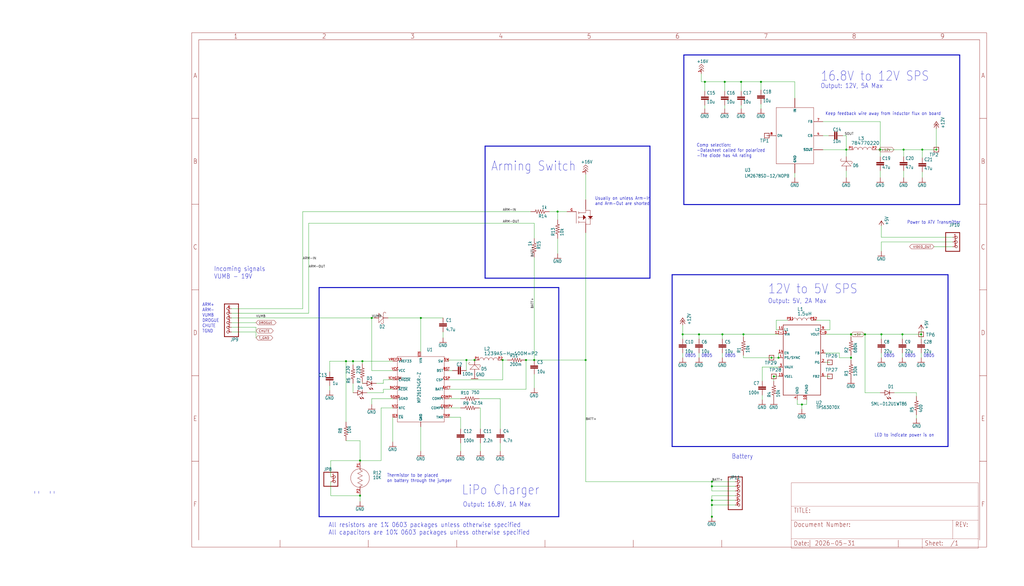
<source format=kicad_sch>
(kicad_sch (version 20230121) (generator eeschema)
  (paper "User" 556.26 318.262)
  (junction (at 285.75 195.58))
  (junction (at 500.38 181.61))
  (junction (at 413.385 44.45))
  (junction (at 379.73 181.61))
  (junction (at 195.58 269.24))
  (junction (at 469.9 181.61))
  (junction (at 462.28 181.61))
  (junction (at 508.635 81.28))
  (junction (at 392.43 181.61))
  (junction (at 459.74 81.28))
  (junction (at 370.84 181.61))
  (junction (at 257.81 195.58))
  (junction (at 386.715 280.67))
  (junction (at 386.715 261.62))
  (junction (at 422.91 194.31))
  (junction (at 386.715 264.16))
  (junction (at 420.37 204.47))
  (junction (at 302.895 114.935))
  (junction (at 228.6 172.72))
  (junction (at 462.28 194.31))
  (junction (at 187.96 196.215))
  (junction (at 478.155 81.28))
  (junction (at 402.59 44.45))
  (junction (at 419.1 194.31))
  (junction (at 435.61 219.71))
  (junction (at 191.77 196.215))
  (junction (at 403.86 181.61))
  (junction (at 386.715 274.32))
  (junction (at 393.7 44.45))
  (junction (at 196.85 196.215))
  (junction (at 318.135 195.58))
  (junction (at 478.79 181.61))
  (junction (at 490.22 181.61))
  (junction (at 382.905 44.45))
  (junction (at 501.015 81.28))
  (junction (at 490.855 81.28))
  (junction (at 195.58 250.19))
  (junction (at 290.195 195.58))
  (junction (at 253.365 195.58))
  (junction (at 201.93 172.72))
  (junction (at 273.05 195.58))
  (junction (at 386.715 271.78))
  (wire (pts (xy 318.135 126.365) (xy 318.135 195.58)) (stroke (width 0.1524)))
  (wire (pts (xy 250.19 226.695) (xy 250.19 233.045)) (stroke (width 0.1524)))
  (polyline (pts (xy 303.53 280.67) (xy 303.53 156.21)) (stroke (width 0.508) (type solid)))
  (wire (pts (xy 448.31 204.47) (xy 450.85 204.47)) (stroke (width 0.1524)))
  (wire (pts (xy 195.58 239.395) (xy 195.58 250.19)) (stroke (width 0.1524)))
  (wire (pts (xy 448.31 179.07) (xy 450.85 179.07)) (stroke (width 0.1524)))
  (wire (pts (xy 139.065 180.34) (xy 139.065 183.515)) (stroke (width 0.1524)))
  (wire (pts (xy 517.525 133.985) (xy 507.365 133.985)) (stroke (width 0.1524)))
  (wire (pts (xy 290.195 195.58) (xy 318.135 195.58)) (stroke (width 0.1524)))
  (wire (pts (xy 462.28 182.88) (xy 462.28 181.61)) (stroke (width 0.1524)))
  (wire (pts (xy 438.15 219.71) (xy 438.15 217.17)) (stroke (width 0.1524)))
  (wire (pts (xy 419.1 194.31) (xy 403.86 194.31)) (stroke (width 0.1524)))
  (wire (pts (xy 196.85 197.485) (xy 196.85 196.215)) (stroke (width 0.1524)))
  (wire (pts (xy 469.9 181.61) (xy 478.79 181.61)) (stroke (width 0.1524)))
  (wire (pts (xy 260.35 221.615) (xy 260.985 221.615)) (stroke (width 0.1524)))
  (wire (pts (xy 402.59 44.45) (xy 393.7 44.45)) (stroke (width 0.1524)))
  (wire (pts (xy 195.58 269.24) (xy 195.58 272.415)) (stroke (width 0.1524)))
  (wire (pts (xy 421.64 173.99) (xy 427.99 173.99)) (stroke (width 0.1524)))
  (wire (pts (xy 187.96 196.215) (xy 191.77 196.215)) (stroke (width 0.1524)))
  (wire (pts (xy 260.985 221.615) (xy 260.985 233.045)) (stroke (width 0.1524)))
  (wire (pts (xy 210.82 172.72) (xy 228.6 172.72)) (stroke (width 0.1524)))
  (wire (pts (xy 413.385 44.45) (xy 402.59 44.45)) (stroke (width 0.1524)))
  (wire (pts (xy 290.195 129.54) (xy 290.195 121.285)) (stroke (width 0.1524)))
  (wire (pts (xy 164.465 114.935) (xy 288.29 114.935)) (stroke (width 0.1524)))
  (wire (pts (xy 208.28 211.455) (xy 208.28 213.36)) (stroke (width 0.1524)))
  (wire (pts (xy 478.155 66.04) (xy 447.04 66.04)) (stroke (width 0.1524)))
  (wire (pts (xy 379.73 181.61) (xy 370.84 181.61)) (stroke (width 0.1524)))
  (polyline (pts (xy 521.335 29.845) (xy 521.335 111.125)) (stroke (width 0.508) (type solid)))
  (wire (pts (xy 485.775 213.36) (xy 497.84 213.36)) (stroke (width 0.1524)))
  (wire (pts (xy 204.47 208.28) (xy 208.28 208.28)) (stroke (width 0.1524)))
  (wire (pts (xy 285.75 211.455) (xy 285.75 195.58)) (stroke (width 0.1524)))
  (wire (pts (xy 253.365 195.58) (xy 257.81 195.58)) (stroke (width 0.1524)))
  (wire (pts (xy 243.84 196.215) (xy 243.84 195.58)) (stroke (width 0.1524)))
  (wire (pts (xy 382.905 49.53) (xy 382.905 44.45)) (stroke (width 0.1524)))
  (polyline (pts (xy 263.525 151.13) (xy 263.525 79.375)) (stroke (width 0.508) (type solid)))
  (wire (pts (xy 501.015 85.725) (xy 501.015 81.28)) (stroke (width 0.1524)))
  (wire (pts (xy 290.195 121.285) (xy 167.64 121.285)) (stroke (width 0.1524)))
  (wire (pts (xy 478.79 181.61) (xy 478.79 184.15)) (stroke (width 0.1524)))
  (wire (pts (xy 500.38 181.61) (xy 490.22 181.61)) (stroke (width 0.1524)))
  (wire (pts (xy 448.31 181.61) (xy 462.28 181.61)) (stroke (width 0.1524)))
  (wire (pts (xy 469.9 181.61) (xy 469.9 213.36)) (stroke (width 0.1524)))
  (polyline (pts (xy 521.335 111.125) (xy 371.475 111.125)) (stroke (width 0.508) (type solid)))
  (wire (pts (xy 213.36 201.295) (xy 201.93 201.295)) (stroke (width 0.1524)))
  (wire (pts (xy 240.665 180.34) (xy 240.665 183.515)) (stroke (width 0.1524)))
  (wire (pts (xy 490.22 181.61) (xy 478.79 181.61)) (stroke (width 0.1524)))
  (wire (pts (xy 420.37 207.01) (xy 420.37 204.47)) (stroke (width 0.1524)))
  (wire (pts (xy 139.065 177.8) (xy 139.065 179.705)) (stroke (width 0.1524)))
  (wire (pts (xy 476.25 81.28) (xy 478.155 81.28)) (stroke (width 0.1524)))
  (wire (pts (xy 187.96 239.395) (xy 195.58 239.395)) (stroke (width 0.1524)))
  (wire (pts (xy 302.895 129.54) (xy 302.895 137.795)) (stroke (width 0.1524)))
  (wire (pts (xy 213.36 211.455) (xy 208.28 211.455)) (stroke (width 0.1524)))
  (wire (pts (xy 455.93 194.31) (xy 455.93 191.77)) (stroke (width 0.1524)))
  (wire (pts (xy 196.85 207.645) (xy 196.85 208.28)) (stroke (width 0.1524)))
  (wire (pts (xy 490.22 194.31) (xy 490.22 191.77)) (stroke (width 0.1524)))
  (wire (pts (xy 271.78 245.11) (xy 271.78 240.665)) (stroke (width 0.1524)))
  (polyline (pts (xy 371.475 29.845) (xy 521.335 29.845)) (stroke (width 0.508) (type solid)))
  (wire (pts (xy 402.59 59.055) (xy 402.59 57.15)) (stroke (width 0.1524)))
  (polyline (pts (xy 514.985 149.225) (xy 514.985 242.57)) (stroke (width 0.508) (type solid)))
  (wire (pts (xy 461.01 81.28) (xy 459.74 81.28)) (stroke (width 0.1524)))
  (wire (pts (xy 414.02 199.39) (xy 414.02 207.01)) (stroke (width 0.1524)))
  (wire (pts (xy 243.84 195.58) (xy 253.365 195.58)) (stroke (width 0.1524)))
  (wire (pts (xy 433.07 217.17) (xy 433.07 219.71)) (stroke (width 0.1524)))
  (wire (pts (xy 386.715 264.16) (xy 386.715 261.62)) (stroke (width 0.1524)))
  (wire (pts (xy 413.385 59.055) (xy 413.385 56.515)) (stroke (width 0.1524)))
  (wire (pts (xy 462.28 193.04) (xy 462.28 194.31)) (stroke (width 0.1524)))
  (wire (pts (xy 469.9 213.36) (xy 478.155 213.36)) (stroke (width 0.1524)))
  (wire (pts (xy 478.155 96.52) (xy 478.155 92.71)) (stroke (width 0.1524)))
  (wire (pts (xy 179.07 201.93) (xy 179.07 196.215)) (stroke (width 0.1524)))
  (wire (pts (xy 490.855 81.28) (xy 478.155 81.28)) (stroke (width 0.1524)))
  (wire (pts (xy 201.93 201.295) (xy 201.93 172.72)) (stroke (width 0.1524)))
  (wire (pts (xy 191.77 196.215) (xy 191.77 198.12)) (stroke (width 0.1524)))
  (wire (pts (xy 382.905 59.055) (xy 382.905 57.15)) (stroke (width 0.1524)))
  (wire (pts (xy 392.43 194.31) (xy 392.43 191.77)) (stroke (width 0.1524)))
  (wire (pts (xy 431.8 96.52) (xy 431.8 93.98)) (stroke (width 0.1524)))
  (wire (pts (xy 392.43 181.61) (xy 379.73 181.61)) (stroke (width 0.1524)))
  (wire (pts (xy 203.2 172.72) (xy 201.93 172.72)) (stroke (width 0.1524)))
  (polyline (pts (xy 365.125 149.225) (xy 514.985 149.225)) (stroke (width 0.508) (type solid)))
  (wire (pts (xy 500.38 179.07) (xy 500.38 181.61)) (stroke (width 0.1524)))
  (wire (pts (xy 207.01 250.19) (xy 195.58 250.19)) (stroke (width 0.1524)))
  (polyline (pts (xy 371.475 111.125) (xy 371.475 29.845)) (stroke (width 0.508) (type solid)))
  (wire (pts (xy 399.415 264.16) (xy 386.715 264.16)) (stroke (width 0.1524)))
  (wire (pts (xy 191.77 208.28) (xy 191.77 213.36)) (stroke (width 0.1524)))
  (wire (pts (xy 213.36 240.03) (xy 213.36 226.695)) (stroke (width 0.1524)))
  (wire (pts (xy 386.715 271.78) (xy 386.715 269.24)) (stroke (width 0.1524)))
  (wire (pts (xy 459.74 73.66) (xy 459.74 81.28)) (stroke (width 0.1524)))
  (wire (pts (xy 478.79 128.905) (xy 517.525 128.905)) (stroke (width 0.1524)))
  (wire (pts (xy 455.93 191.77) (xy 448.31 191.77)) (stroke (width 0.1524)))
  (wire (pts (xy 393.7 49.53) (xy 393.7 44.45)) (stroke (width 0.1524)))
  (wire (pts (xy 164.465 167.64) (xy 164.465 114.935)) (stroke (width 0.1524)))
  (wire (pts (xy 422.91 199.39) (xy 414.02 199.39)) (stroke (width 0.1524)))
  (wire (pts (xy 517.525 131.445) (xy 478.79 131.445)) (stroke (width 0.1524)))
  (wire (pts (xy 500.38 194.31) (xy 500.38 191.77)) (stroke (width 0.1524)))
  (wire (pts (xy 500.38 184.15) (xy 500.38 181.61)) (stroke (width 0.1524)))
  (wire (pts (xy 462.28 194.31) (xy 455.93 194.31)) (stroke (width 0.1524)))
  (wire (pts (xy 243.84 221.615) (xy 250.19 221.615)) (stroke (width 0.1524)))
  (polyline (pts (xy 263.525 79.375) (xy 353.06 79.375)) (stroke (width 0.508) (type solid)))
  (wire (pts (xy 462.28 194.31) (xy 462.28 195.58)) (stroke (width 0.1524)))
  (wire (pts (xy 392.43 181.61) (xy 392.43 184.15)) (stroke (width 0.1524)))
  (wire (pts (xy 386.715 281.305) (xy 386.715 280.67)) (stroke (width 0.1524)))
  (wire (pts (xy 298.45 114.935) (xy 302.895 114.935)) (stroke (width 0.1524)))
  (wire (pts (xy 435.61 219.71) (xy 438.15 219.71)) (stroke (width 0.1524)))
  (wire (pts (xy 370.84 181.61) (xy 370.84 184.15)) (stroke (width 0.1524)))
  (wire (pts (xy 386.715 280.67) (xy 386.715 274.32)) (stroke (width 0.1524)))
  (wire (pts (xy 213.36 216.535) (xy 201.93 216.535)) (stroke (width 0.1524)))
  (wire (pts (xy 450.215 73.66) (xy 447.04 73.66)) (stroke (width 0.1524)))
  (wire (pts (xy 490.855 96.52) (xy 490.855 92.71)) (stroke (width 0.1524)))
  (wire (pts (xy 382.905 44.45) (xy 381 44.45)) (stroke (width 0.1524)))
  (wire (pts (xy 245.745 201.295) (xy 243.84 201.295)) (stroke (width 0.1524)))
  (wire (pts (xy 431.8 44.45) (xy 413.385 44.45)) (stroke (width 0.1524)))
  (wire (pts (xy 179.07 196.215) (xy 187.96 196.215)) (stroke (width 0.1524)))
  (wire (pts (xy 260.35 216.535) (xy 271.78 216.535)) (stroke (width 0.1524)))
  (wire (pts (xy 275.59 195.58) (xy 273.05 195.58)) (stroke (width 0.1524)))
  (wire (pts (xy 318.135 261.62) (xy 386.715 261.62)) (stroke (width 0.1524)))
  (wire (pts (xy 501.015 96.52) (xy 501.015 93.345)) (stroke (width 0.1524)))
  (wire (pts (xy 379.73 191.77) (xy 379.73 194.31)) (stroke (width 0.1524)))
  (polyline (pts (xy 514.985 242.57) (xy 365.125 242.57)) (stroke (width 0.508) (type solid)))
  (wire (pts (xy 228.6 172.72) (xy 228.6 191.135)) (stroke (width 0.1524)))
  (wire (pts (xy 403.86 181.61) (xy 422.91 181.61)) (stroke (width 0.1524)))
  (wire (pts (xy 179.705 269.24) (xy 195.58 269.24)) (stroke (width 0.1524)))
  (wire (pts (xy 243.84 216.535) (xy 250.19 216.535)) (stroke (width 0.1524)))
  (wire (pts (xy 125.73 170.18) (xy 167.64 170.18)) (stroke (width 0.1524)))
  (wire (pts (xy 508.635 81.28) (xy 508.635 69.85)) (stroke (width 0.1524)))
  (wire (pts (xy 421.64 179.07) (xy 421.64 173.99)) (stroke (width 0.1524)))
  (wire (pts (xy 414.02 217.17) (xy 414.02 214.63)) (stroke (width 0.1524)))
  (wire (pts (xy 422.91 194.31) (xy 419.1 194.31)) (stroke (width 0.1524)))
  (wire (pts (xy 478.79 131.445) (xy 478.79 136.525)) (stroke (width 0.1524)))
  (wire (pts (xy 318.135 195.58) (xy 318.135 261.62)) (stroke (width 0.1524)))
  (wire (pts (xy 459.74 85.09) (xy 459.74 81.28)) (stroke (width 0.1524)))
  (wire (pts (xy 490.855 85.09) (xy 490.855 81.28)) (stroke (width 0.1524)))
  (wire (pts (xy 478.155 66.04) (xy 478.155 81.28)) (stroke (width 0.1524)))
  (wire (pts (xy 393.7 44.45) (xy 382.905 44.45)) (stroke (width 0.1524)))
  (wire (pts (xy 370.84 176.53) (xy 370.84 181.61)) (stroke (width 0.1524)))
  (wire (pts (xy 208.28 208.28) (xy 208.28 206.375)) (stroke (width 0.1524)))
  (polyline (pts (xy 303.53 156.21) (xy 173.355 156.21)) (stroke (width 0.508) (type solid)))
  (wire (pts (xy 271.78 216.535) (xy 271.78 233.045)) (stroke (width 0.1524)))
  (wire (pts (xy 167.64 121.285) (xy 167.64 170.18)) (stroke (width 0.1524)))
  (wire (pts (xy 450.85 179.07) (xy 450.85 173.99)) (stroke (width 0.1524)))
  (wire (pts (xy 228.6 245.11) (xy 228.6 231.775)) (stroke (width 0.1524)))
  (wire (pts (xy 478.155 85.09) (xy 478.155 81.28)) (stroke (width 0.1524)))
  (wire (pts (xy 386.715 274.32) (xy 386.715 271.78)) (stroke (width 0.1524)))
  (wire (pts (xy 386.715 261.62) (xy 399.415 261.62)) (stroke (width 0.1524)))
  (wire (pts (xy 179.705 259.08) (xy 179.705 250.19)) (stroke (width 0.1524)))
  (wire (pts (xy 273.05 206.375) (xy 273.05 195.58)) (stroke (width 0.1524)))
  (wire (pts (xy 450.85 173.99) (xy 443.23 173.99)) (stroke (width 0.1524)))
  (wire (pts (xy 422.91 191.77) (xy 422.91 194.31)) (stroke (width 0.1524)))
  (wire (pts (xy 435.61 222.25) (xy 435.61 219.71)) (stroke (width 0.1524)))
  (wire (pts (xy 243.84 206.375) (xy 273.05 206.375)) (stroke (width 0.1524)))
  (wire (pts (xy 125.73 172.72) (xy 201.93 172.72)) (stroke (width 0.1524)))
  (wire (pts (xy 381 40.005) (xy 381 44.45)) (stroke (width 0.1524)))
  (wire (pts (xy 392.43 181.61) (xy 403.86 181.61)) (stroke (width 0.1524)))
  (wire (pts (xy 228.6 172.72) (xy 240.665 172.72)) (stroke (width 0.1524)))
  (wire (pts (xy 125.73 180.34) (xy 139.065 180.34)) (stroke (width 0.1524)))
  (wire (pts (xy 125.73 175.26) (xy 139.065 175.26)) (stroke (width 0.1524)))
  (wire (pts (xy 402.59 49.53) (xy 402.59 44.45)) (stroke (width 0.1524)))
  (wire (pts (xy 399.415 274.32) (xy 386.715 274.32)) (stroke (width 0.1524)))
  (wire (pts (xy 253.365 201.295) (xy 253.365 195.58)) (stroke (width 0.1524)))
  (wire (pts (xy 478.79 122.555) (xy 478.79 128.905)) (stroke (width 0.1524)))
  (wire (pts (xy 213.36 196.215) (xy 196.85 196.215)) (stroke (width 0.1524)))
  (wire (pts (xy 125.73 167.64) (xy 164.465 167.64)) (stroke (width 0.1524)))
  (polyline (pts (xy 173.355 156.21) (xy 173.355 280.67)) (stroke (width 0.508) (type solid)))
  (wire (pts (xy 250.19 245.11) (xy 250.19 240.665)) (stroke (width 0.1524)))
  (wire (pts (xy 207.01 221.615) (xy 207.01 250.19)) (stroke (width 0.1524)))
  (wire (pts (xy 208.28 206.375) (xy 213.36 206.375)) (stroke (width 0.1524)))
  (wire (pts (xy 393.7 59.055) (xy 393.7 57.15)) (stroke (width 0.1524)))
  (wire (pts (xy 399.415 266.7) (xy 386.715 266.7)) (stroke (width 0.1524)))
  (wire (pts (xy 497.84 213.36) (xy 497.84 215.265)) (stroke (width 0.1524)))
  (polyline (pts (xy 173.355 280.67) (xy 303.53 280.67)) (stroke (width 0.508) (type solid)))
  (wire (pts (xy 213.36 221.615) (xy 207.01 221.615)) (stroke (width 0.1524)))
  (wire (pts (xy 290.195 210.82) (xy 290.195 203.2)) (stroke (width 0.1524)))
  (wire (pts (xy 179.07 209.55) (xy 179.07 212.09)) (stroke (width 0.1524)))
  (wire (pts (xy 497.84 227.33) (xy 497.84 225.425)) (stroke (width 0.1524)))
  (wire (pts (xy 478.79 191.77) (xy 478.79 194.31)) (stroke (width 0.1524)))
  (wire (pts (xy 302.895 119.38) (xy 302.895 114.935)) (stroke (width 0.1524)))
  (wire (pts (xy 201.93 216.535) (xy 201.93 219.71)) (stroke (width 0.1524)))
  (polyline (pts (xy 365.125 242.57) (xy 365.125 149.225)) (stroke (width 0.508) (type solid)))
  (wire (pts (xy 462.28 181.61) (xy 469.9 181.61)) (stroke (width 0.1524)))
  (wire (pts (xy 403.86 193.04) (xy 403.86 194.31)) (stroke (width 0.1524)))
  (wire (pts (xy 399.415 271.78) (xy 386.715 271.78)) (stroke (width 0.1524)))
  (wire (pts (xy 459.74 96.52) (xy 459.74 92.71)) (stroke (width 0.1524)))
  (wire (pts (xy 459.74 81.28) (xy 447.04 81.28)) (stroke (width 0.1524)))
  (wire (pts (xy 433.07 219.71) (xy 435.61 219.71)) (stroke (width 0.1524)))
  (wire (pts (xy 413.385 48.895) (xy 413.385 44.45)) (stroke (width 0.1524)))
  (wire (pts (xy 179.705 250.19) (xy 195.58 250.19)) (stroke (width 0.1524)))
  (wire (pts (xy 187.96 196.215) (xy 187.96 229.235)) (stroke (width 0.1524)))
  (wire (pts (xy 208.28 213.36) (xy 199.39 213.36)) (stroke (width 0.1524)))
  (wire (pts (xy 285.75 195.58) (xy 290.195 195.58)) (stroke (width 0.1524)))
  (wire (pts (xy 490.855 81.28) (xy 501.015 81.28)) (stroke (width 0.1524)))
  (wire (pts (xy 196.85 196.215) (xy 191.77 196.215)) (stroke (width 0.1524)))
  (wire (pts (xy 457.835 73.66) (xy 459.74 73.66)) (stroke (width 0.1524)))
  (wire (pts (xy 125.73 177.8) (xy 139.065 177.8)) (stroke (width 0.1524)))
  (wire (pts (xy 379.73 184.15) (xy 379.73 181.61)) (stroke (width 0.1524)))
  (wire (pts (xy 422.91 204.47) (xy 420.37 204.47)) (stroke (width 0.1524)))
  (wire (pts (xy 422.91 179.07) (xy 421.64 179.07)) (stroke (width 0.1524)))
  (polyline (pts (xy 353.06 79.375) (xy 353.06 151.13)) (stroke (width 0.508) (type solid)))
  (wire (pts (xy 450.85 196.85) (xy 448.31 196.85)) (stroke (width 0.1524)))
  (wire (pts (xy 260.985 245.11) (xy 260.985 240.665)) (stroke (width 0.1524)))
  (wire (pts (xy 179.705 261.62) (xy 179.705 269.24)) (stroke (width 0.1524)))
  (wire (pts (xy 386.715 266.7) (xy 386.715 264.16)) (stroke (width 0.1524)))
  (wire (pts (xy 302.895 114.935) (xy 307.975 114.935)) (stroke (width 0.1524)))
  (wire (pts (xy 403.86 181.61) (xy 403.86 182.88)) (stroke (width 0.1524)))
  (polyline (pts (xy 353.06 151.13) (xy 263.525 151.13)) (stroke (width 0.508) (type solid)))
  (wire (pts (xy 243.84 226.695) (xy 250.19 226.695)) (stroke (width 0.1524)))
  (wire (pts (xy 290.195 195.58) (xy 290.195 139.7)) (stroke (width 0.1524)))
  (wire (pts (xy 399.415 269.24) (xy 386.715 269.24)) (stroke (width 0.1524)))
  (wire (pts (xy 243.84 211.455) (xy 285.75 211.455)) (stroke (width 0.1524)))
  (wire (pts (xy 490.22 184.15) (xy 490.22 181.61)) (stroke (width 0.1524)))
  (wire (pts (xy 431.8 53.34) (xy 431.8 44.45)) (stroke (width 0.1524)))
  (wire (pts (xy 318.135 108.585) (xy 318.135 94.615)) (stroke (width 0.1524)))
  (wire (pts (xy 370.84 191.77) (xy 370.84 194.31)) (stroke (width 0.1524)))
  (wire (pts (xy 501.015 81.28) (xy 508.635 81.28)) (stroke (width 0.1524)))
  (text "0805" (at 480.06 194.31 0) (effects (font (size 1.778 1.5113)) (justify left bottom)))
  (text "Thermistor to be placed\non battery through the jumper" (at 210.185 262.255 0) (effects (font (size 1.778 1.5113)) (justify left bottom)))
  (text "All resistors are 1% 0603 packages unless otherwise specified\nAll capacitors are 10% 0603 packages unless otherwise specified" (at 178.435 290.83 0) (effects (font (size 2.54 2.159)) (justify left bottom)))
  (text "Output: 12V, 5A Max" (at 445.77 48.26 0) (effects (font (size 2.54 2.159)) (justify left bottom)))
  (text "0805" (at 501.65 194.31 0) (effects (font (size 1.778 1.5113)) (justify left bottom)))
  (text "Battery" (at 397.51 249.555 0) (effects (font (size 2.54 2.159)) (justify left bottom)))
  (text "Incoming signals\nVUMB - 19V" (at 116.205 151.765 0) (effects (font (size 2.54 2.159)) (justify left bottom)))
  (text "ARM+\nARM-\nVUMB\nDROGUE\nCHUTE\nTGND" (at 109.855 180.975 0) (effects (font (size 1.778 1.5113)) (justify left bottom)))
  (text "Power to ATV Transmitter" (at 492.76 121.92 0) (effects (font (size 1.778 1.5113)) (justify left bottom)))
  (text "Comp selection:\n-Datasheet called for polarized\n-The diode has 4A rating" (at 378.46 85.725 0) (effects (font (size 1.778 1.5113)) (justify left bottom)))
  (text "0805" (at 372.11 194.31 0) (effects (font (size 1.778 1.5113)) (justify left bottom)))
  (text "16.8V to 12V SPS" (at 445.77 44.45 0) (effects (font (size 5.08 4.318)) (justify left bottom)))
  (text "12V to 5V SPS" (at 417.195 160.02 0) (effects (font (size 5.08 4.318)) (justify left bottom)))
  (text "0805" (at 393.7 194.31 0) (effects (font (size 1.778 1.5113)) (justify left bottom)))
  (text "\" \"" (at 17.78 274.32 0) (effects (font (size 6.4516 5.4838)) (justify left bottom)))
  (text "LiPo Charger" (at 250.825 269.24 0) (effects (font (size 5.08 4.318)) (justify left bottom)))
  (text "0805" (at 491.49 194.31 0) (effects (font (size 1.778 1.5113)) (justify left bottom)))
  (text "Output: 16.8V, 1A Max" (at 251.46 275.59 0) (effects (font (size 2.54 2.159)) (justify left bottom)))
  (text "Keep feedback wire away from inductor flux on board" (at 448.31 62.865 0) (effects (font (size 1.778 1.5113)) (justify left bottom)))
  (text "0805" (at 381 194.31 0) (effects (font (size 1.778 1.5113)) (justify left bottom)))
  (text "Usually on unless Arm-In\nand Arm-Out are shorted" (at 323.215 111.76 0) (effects (font (size 1.778 1.5113)) (justify left bottom)))
  (text "Output: 5V, 2A Max" (at 417.195 165.1 0) (effects (font (size 2.54 2.159)) (justify left bottom)))
  (text "LED to indicate power is on" (at 474.98 237.49 0) (effects (font (size 1.778 1.5113)) (justify left bottom)))
  (text "Arming Switch" (at 266.7 93.345 0) (effects (font (size 5.08 4.318)) (justify left bottom)))
  (label "ARM-OUT" (at 167.64 145.7325 0) (effects (font (size 1.2446 1.2446))))
  (label "BATT+" (at 290.195 167.64 90) (effects (font (size 1.2446 1.2446))))
  (label "BATT+" (at 386.715 261.62 0) (effects (font (size 1.2446 1.2446))))
  (label "VUMB" (at 201.93 172.72 0) (effects (font (size 1.2446 1.2446))))
  (label "VUMB" (at 139.065 172.72 0) (effects (font (size 1.2446 1.2446))))
  (label "SOUT" (at 458.7875 73.66 0) (effects (font (size 1.2446 1.2446))))
  (label "ARM-IN" (at 273.05 114.935 0) (effects (font (size 1.2446 1.2446))))
  (label "ARM-IN" (at 164.465 141.2875 0) (effects (font (size 1.2446 1.2446))))
  (label "BATT+" (at 290.195 139.7 90) (effects (font (size 1.2446 1.2446))))
  (label "BATT+" (at 318.135 228.6 0) (effects (font (size 1.2446 1.2446))))
  (label "ARM-OUT" (at 273.05 121.285 0) (effects (font (size 1.2446 1.2446))))
  (global_label "DROGUE" (shape bidirectional) (at 139.065 175.26 0) (effects (font (size 1.2446 1.2446))) (property "Intersheetrefs" "${INTERSHEET_REFS}" (effects hide)))
  (global_label "+12V" (shape bidirectional) (at 477.2025 81.28 0) (effects (font (size 1.2446 1.2446))) (property "Intersheetrefs" "${INTERSHEET_REFS}" (effects hide)))
  (global_label "T_GND" (shape bidirectional) (at 139.065 183.515 0) (effects (font (size 1.2446 1.2446))) (property "Intersheetrefs" "${INTERSHEET_REFS}" (effects hide)))
  (global_label "+5V" (shape bidirectional) (at 462.28 181.61 0) (effects (font (size 1.2446 1.2446))) (property "Intersheetrefs" "${INTERSHEET_REFS}" (effects hide)))
  (global_label "VIDEO_OUT" (shape bidirectional) (at 507.365 133.985 180) (effects (font (size 1.2446 1.2446))) (property "Intersheetrefs" "${INTERSHEET_REFS}" (effects hide)))
  (global_label "CHUTE" (shape bidirectional) (at 139.065 179.705 0) (effects (font (size 1.2446 1.2446))) (property "Intersheetrefs" "${INTERSHEET_REFS}" (effects hide)))
  (symbol (lib_id "CameraBoard-eagle-import:GND") (at 501.015 99.06 0) (unit 1)
    (property "Reference" "#GND31" (effects hide))
    (property "Value" "GND" (at 498.475 101.6 0) (effects (font (size 1.778 1.5113)) (justify left bottom)))
  )
  (symbol (lib_id "CameraBoard-eagle-import:TPS63070X") (at 435.61 194.31 0) (unit 1)
    (property "Reference" "U2" (at 443.23 219.71 0) (effects (font (size 1.778 1.5113)) (justify left bottom)))
    (property "Value" "TPS63070X" (at 443.23 222.25 0) (effects (font (size 1.778 1.5113)) (justify left bottom)))
    (property "Footprint" "CameraBoard:TPS63070X" (effects hide))
    (property "DIS" "Digi-Key" (effects hide))
    (property "DPN" "296-44874-2-ND" (effects hide))
    (property "MAN" "Texas Instruments" (effects hide))
    (property "MPN" "TPS63070RNMR" (effects hide))
  )
  (symbol (lib_id "CameraBoard-eagle-import:GND") (at 370.84 196.85 0) (unit 1)
    (property "Reference" "#GND22" (effects hide))
    (property "Value" "GND" (at 368.3 199.39 0) (effects (font (size 1.778 1.5113)) (justify left bottom)))
  )
  (symbol (lib_id "CameraBoard-eagle-import:GND") (at 490.855 99.06 0) (unit 1)
    (property "Reference" "#GND21" (effects hide))
    (property "Value" "GND" (at 488.315 101.6 0) (effects (font (size 1.778 1.5113)) (justify left bottom)))
  )
  (symbol (lib_id "CameraBoard-eagle-import:R-US_0603-C-NOSILK") (at 462.28 200.66 90) (unit 1)
    (property "Reference" "R3" (at 460.7814 204.47 0) (effects (font (size 1.778 1.5113)) (justify left bottom)))
    (property "Value" "130k" (at 465.582 204.47 0) (effects (font (size 1.778 1.5113)) (justify left bottom)))
    (property "Footprint" "CameraBoard:.0603-C-NOSILK" (effects hide))
    (property "DIS" "Digi-Key" (effects hide))
    (property "DPN" "1276-4275-1-ND" (effects hide))
    (property "MFR" "Samsung" (effects hide))
    (property "MPN" "RC1005F6653CS" (effects hide))
  )
  (symbol (lib_id "CameraBoard-eagle-import:GND") (at 250.19 247.65 0) (unit 1)
    (property "Reference" "#GND8" (effects hide))
    (property "Value" "GND" (at 247.65 250.19 0) (effects (font (size 1.778 1.5113)) (justify left bottom)))
  )
  (symbol (lib_id "CameraBoard-eagle-import:C-EU0805-C-NOSILK") (at 379.73 186.69 0) (unit 1)
    (property "Reference" "C6" (at 381 186.69 0) (effects (font (size 1.778 1.5113)) (justify left bottom)))
    (property "Value" "10u" (at 381 191.77 0) (effects (font (size 1.778 1.5113)) (justify left bottom)))
    (property "Footprint" "CameraBoard:.0805-C-NOSILK" (effects hide))
  )
  (symbol (lib_id "CameraBoard-eagle-import:TEST-POINT") (at 420.37 204.47 0) (unit 1)
    (property "Reference" "TP28" (at 417.83 201.93 0) (effects (font (size 1.778 1.778)) (justify left bottom)))
    (property "Value" "TEST-POINT" (effects hide))
    (property "Footprint" "CameraBoard:2MM-TEST-POINT" (effects hide))
  )
  (symbol (lib_id "CameraBoard-eagle-import:TEST-POINT") (at 500.38 181.61 0) (unit 1)
    (property "Reference" "TP6" (at 502.92 182.88 0) (effects (font (size 1.778 1.778)) (justify left bottom)))
    (property "Value" "TEST-POINT" (effects hide))
    (property "Footprint" "CameraBoard:2MM-TEST-POINT" (effects hide))
  )
  (symbol (lib_id "CameraBoard-eagle-import:GND") (at 478.155 99.06 0) (unit 1)
    (property "Reference" "#GND20" (effects hide))
    (property "Value" "GND" (at 475.615 101.6 0) (effects (font (size 1.778 1.5113)) (justify left bottom)))
  )
  (symbol (lib_id "CameraBoard-eagle-import:C-EU0603-A-NOSILK") (at 250.825 201.295 270) (unit 1)
    (property "Reference" "C2" (at 247.904 199.009 90) (effects (font (size 1.778 1.5113)) (justify left bottom)))
    (property "Value" "100n" (at 251.079 204.089 90) (effects (font (size 1.778 1.5113)) (justify left bottom)))
    (property "Footprint" "CameraBoard:.0603-A-NOSILK" (effects hide))
  )
  (symbol (lib_id "CameraBoard-eagle-import:GND") (at 392.43 196.85 0) (unit 1)
    (property "Reference" "#GND24" (effects hide))
    (property "Value" "GND" (at 389.89 199.39 0) (effects (font (size 1.778 1.5113)) (justify left bottom)))
  )
  (symbol (lib_id "CameraBoard-eagle-import:LEDCHIPLED_0603") (at 480.695 213.36 90) (unit 1)
    (property "Reference" "D1" (at 485.5464 209.0166 90) (effects (font (size 1.778 1.5113)) (justify left bottom)))
    (property "Value" "SML-D12U1WT86" (at 492.7854 218.3892 90) (effects (font (size 1.778 1.5113)) (justify left bottom)))
    (property "Footprint" "CameraBoard:CHIPLED_0603" (effects hide))
    (property "DIS" "Digikey" (effects hide))
    (property "DPN" "SML-D12M1WT86CT-ND" (effects hide))
    (property "MAN" "Rohm Semiconductor" (effects hide))
    (property "MPN" "SML-D12M1WT86" (effects hide))
  )
  (symbol (lib_id "CameraBoard-eagle-import:R-US_0603-C-NOSILK") (at 497.84 220.345 90) (unit 1)
    (property "Reference" "R5" (at 496.3414 224.155 0) (effects (font (size 1.778 1.5113)) (justify left bottom)))
    (property "Value" "400" (at 501.142 224.155 0) (effects (font (size 1.778 1.5113)) (justify left bottom)))
    (property "Footprint" "CameraBoard:.0603-C-NOSILK" (effects hide))
    (property "DIS" "Digi-Key" (effects hide))
    (property "DPN" "1276-4275-1-ND" (effects hide))
    (property "MFR" "Samsung" (effects hide))
    (property "MPN" "RC1005F6653CS" (effects hide))
  )
  (symbol (lib_id "CameraBoard-eagle-import:MP26124GR-Z") (at 228.6 208.915 0) (unit 1)
    (property "Reference" "U1" (at 231.775 190.881 0) (effects (font (size 1.778 1.5113)) (justify left bottom)))
    (property "Value" "MP26124GR-Z" (at 228.6 219.075 90) (effects (font (size 1.778 1.5113)) (justify left bottom)))
    (property "Footprint" "CameraBoard:MP26124GR-Z" (effects hide))
  )
  (symbol (lib_id "CameraBoard-eagle-import:GND") (at 497.84 229.87 0) (mirror y) (unit 1)
    (property "Reference" "#GND1" (effects hide))
    (property "Value" "GND" (at 500.38 232.41 0) (effects (font (size 1.778 1.5113)) (justify left bottom)))
  )
  (symbol (lib_id "CameraBoard-eagle-import:R-US_0603-C-NOSILK") (at 403.86 187.96 90) (unit 1)
    (property "Reference" "R1" (at 402.3614 191.77 0) (effects (font (size 1.778 1.5113)) (justify left bottom)))
    (property "Value" "10k" (at 407.162 191.77 0) (effects (font (size 1.778 1.5113)) (justify left bottom)))
    (property "Footprint" "CameraBoard:.0603-C-NOSILK" (effects hide))
    (property "DIS" "Digi-Key" (effects hide))
    (property "DPN" "1276-4275-1-ND" (effects hide))
    (property "MFR" "Samsung" (effects hide))
    (property "MPN" "RC1005F6653CS" (effects hide))
  )
  (symbol (lib_id "CameraBoard-eagle-import:C-EU0805-C-NOSILK") (at 392.43 186.69 0) (unit 1)
    (property "Reference" "C5" (at 393.7 186.69 0) (effects (font (size 1.778 1.5113)) (justify left bottom)))
    (property "Value" "10u" (at 393.7 191.77 0) (effects (font (size 1.778 1.5113)) (justify left bottom)))
    (property "Footprint" "CameraBoard:.0805-C-NOSILK" (effects hide))
    (property "DIS" "Digi-Key" (effects hide))
    (property "DPN" "1276-1001-1-ND" (effects hide))
    (property "MFR" "Samsung" (effects hide))
    (property "MPN" "CL05B104KO5NNNC" (effects hide))
  )
  (symbol (lib_id "CameraBoard-eagle-import:C-EU0603-A-NOSILK") (at 271.78 235.585 0) (unit 1)
    (property "Reference" "C4" (at 273.304 235.204 0) (effects (font (size 1.778 1.5113)) (justify left bottom)))
    (property "Value" "4.7n" (at 273.304 240.284 0) (effects (font (size 1.778 1.5113)) (justify left bottom)))
    (property "Footprint" "CameraBoard:.0603-A-NOSILK" (effects hide))
  )
  (symbol (lib_id "CameraBoard-eagle-import:784770220") (at 468.63 81.28 0) (unit 1)
    (property "Reference" "L3" (at 466.09 76.2 0) (effects (font (size 1.778 1.778)) (justify left bottom)))
    (property "Value" "784770220" (at 462.28 78.74 0) (effects (font (size 1.778 1.778)) (justify left bottom)))
    (property "Footprint" "CameraBoard:784770220" (effects hide))
  )
  (symbol (lib_id "CameraBoard-eagle-import:GND") (at 302.895 140.335 0) (unit 1)
    (property "Reference" "#GND16" (effects hide))
    (property "Value" "GND" (at 300.355 142.875 0) (effects (font (size 1.778 1.5113)) (justify left bottom)))
  )
  (symbol (lib_id "CameraBoard-eagle-import:+12V") (at 370.84 173.99 0) (unit 1)
    (property "Reference" "#P+3" (effects hide))
    (property "Value" "+12V" (at 373.38 170.18 90) (effects (font (size 1.778 1.5113)) (justify right top)))
  )
  (symbol (lib_id "CameraBoard-eagle-import:LM2678SD-12/NOPB") (at 431.8 73.66 0) (unit 1)
    (property "Reference" "U3" (at 404.495 93.345 0) (effects (font (size 1.778 1.5113)) (justify left bottom)))
    (property "Value" "LM2678SD-12/NOPB" (at 404.495 96.52 0) (effects (font (size 1.778 1.5113)) (justify left bottom)))
    (property "Footprint" "CameraBoard:LM2678SD-12_NOPB" (effects hide))
  )
  (symbol (lib_id "CameraBoard-eagle-import:GND") (at 459.74 99.06 0) (unit 1)
    (property "Reference" "#GND19" (effects hide))
    (property "Value" "GND" (at 457.2 101.6 0) (effects (font (size 1.778 1.5113)) (justify left bottom)))
  )
  (symbol (lib_id "CameraBoard-eagle-import:GND") (at 257.81 205.74 0) (unit 1)
    (property "Reference" "#GND11" (effects hide))
    (property "Value" "GND" (at 258.445 204.47 0) (effects (font (size 1.778 1.5113)) (justify left bottom)))
  )
  (symbol (lib_id "CameraBoard-eagle-import:GND") (at 462.28 208.28 0) (unit 1)
    (property "Reference" "#GND36" (effects hide))
    (property "Value" "GND" (at 459.74 210.82 0) (effects (font (size 1.778 1.5113)) (justify left bottom)))
  )
  (symbol (lib_id "CameraBoard-eagle-import:GND") (at 386.715 283.21 0) (unit 1)
    (property "Reference" "#GND15" (effects hide))
    (property "Value" "GND" (at 384.175 285.75 0) (effects (font (size 1.778 1.5113)) (justify left bottom)))
  )
  (symbol (lib_id "CameraBoard-eagle-import:+16V") (at 381 37.465 0) (unit 1)
    (property "Reference" "#V2" (effects hide))
    (property "Value" "+16V" (at 378.46 34.29 0) (effects (font (size 1.778 1.5113)) (justify left bottom)))
  )
  (symbol (lib_id "CameraBoard-eagle-import:GND") (at 402.59 61.595 0) (unit 1)
    (property "Reference" "#GND28" (effects hide))
    (property "Value" "GND" (at 400.05 64.135 0) (effects (font (size 1.778 1.5113)) (justify left bottom)))
  )
  (symbol (lib_id "CameraBoard-eagle-import:R-US_1206-A") (at 280.67 195.58 0) (unit 1)
    (property "Reference" "R11" (at 276.86 194.0814 0) (effects (font (size 1.778 1.5113)) (justify left bottom)))
    (property "Value" "200m" (at 276.86 198.882 0) (effects (font (size 1.778 1.5113)) (justify left bottom)))
    (property "Footprint" "CameraBoard:1206-A" (effects hide))
  )
  (symbol (lib_id "CameraBoard-eagle-import:GND") (at 195.58 274.955 0) (unit 1)
    (property "Reference" "#GND6" (effects hide))
    (property "Value" "GND" (at 193.04 277.495 0) (effects (font (size 1.778 1.5113)) (justify left bottom)))
  )
  (symbol (lib_id "CameraBoard-eagle-import:C-EU1206-A") (at 478.155 87.63 0) (unit 1)
    (property "Reference" "C19" (at 479.171 86.995 0) (effects (font (size 1.778 1.5113)) (justify left bottom)))
    (property "Value" "47u" (at 479.171 91.821 0) (effects (font (size 1.778 1.5113)) (justify left bottom)))
    (property "Footprint" "CameraBoard:1206-A" (effects hide))
  )
  (symbol (lib_id "CameraBoard-eagle-import:C-EU0603-C-NOSILK") (at 414.02 209.55 0) (mirror y) (unit 1)
    (property "Reference" "C7" (at 412.496 209.169 0) (effects (font (size 1.778 1.5113)) (justify left bottom)))
    (property "Value" "100n" (at 412.496 214.249 0) (effects (font (size 1.778 1.5113)) (justify left bottom)))
    (property "Footprint" "CameraBoard:.0603-C-NOSILK" (effects hide))
    (property "DIS" "Digi-Key" (effects hide))
    (property "DPN" "1276-1001-1-ND" (effects hide))
    (property "MFR" "Samsung" (effects hide))
    (property "MPN" "CL05B104KO5NNNC" (effects hide))
  )
  (symbol (lib_id "CameraBoard-eagle-import:GND") (at 490.22 196.85 0) (mirror y) (unit 1)
    (property "Reference" "#GND13" (effects hide))
    (property "Value" "GND" (at 492.76 199.39 0) (effects (font (size 1.778 1.5113)) (justify left bottom)))
  )
  (symbol (lib_id "CameraBoard-eagle-import:C-EU0603-A-NOSILK") (at 179.07 204.47 0) (unit 1)
    (property "Reference" "C13" (at 172.974 204.724 0) (effects (font (size 1.778 1.5113)) (justify left bottom)))
    (property "Value" "1u" (at 180.594 209.169 0) (effects (font (size 1.778 1.5113)) (justify left bottom)))
    (property "Footprint" "CameraBoard:.0603-A-NOSILK" (effects hide))
  )
  (symbol (lib_id "CameraBoard-eagle-import:TEST-POINT") (at 450.85 204.47 0) (unit 1)
    (property "Reference" "TP27" (at 448.31 201.93 0) (effects (font (size 1.778 1.778)) (justify left bottom)))
    (property "Value" "TEST-POINT" (effects hide))
    (property "Footprint" "CameraBoard:2MM-TEST-POINT" (effects hide))
  )
  (symbol (lib_id "CameraBoard-eagle-import:GND") (at 271.78 247.65 0) (unit 1)
    (property "Reference" "#GND10" (effects hide))
    (property "Value" "GND" (at 269.24 250.19 0) (effects (font (size 1.778 1.5113)) (justify left bottom)))
  )
  (symbol (lib_id "CameraBoard-eagle-import:GND") (at 435.61 224.79 0) (unit 1)
    (property "Reference" "#GND14" (effects hide))
    (property "Value" "GND" (at 433.07 227.33 0) (effects (font (size 1.778 1.5113)) (justify left bottom)))
  )
  (symbol (lib_id "CameraBoard-eagle-import:C-EU0603-A-NOSILK") (at 290.195 198.12 0) (unit 1)
    (property "Reference" "C3" (at 291.719 197.739 0) (effects (font (size 1.778 1.5113)) (justify left bottom)))
    (property "Value" "10u" (at 291.719 202.819 0) (effects (font (size 1.778 1.5113)) (justify left bottom)))
    (property "Footprint" "CameraBoard:.0603-A-NOSILK" (effects hide))
  )
  (symbol (lib_id "CameraBoard-eagle-import:GND") (at 379.73 196.85 0) (unit 1)
    (property "Reference" "#GND30" (effects hide))
    (property "Value" "GND" (at 377.19 199.39 0) (effects (font (size 1.778 1.5113)) (justify left bottom)))
  )
  (symbol (lib_id "CameraBoard-eagle-import:GND") (at 413.385 61.595 0) (unit 1)
    (property "Reference" "#GND29" (effects hide))
    (property "Value" "GND" (at 410.845 64.135 0) (effects (font (size 1.778 1.5113)) (justify left bottom)))
  )
  (symbol (lib_id "CameraBoard-eagle-import:C-EU0805-B-NOSILK") (at 413.385 51.435 0) (unit 1)
    (property "Reference" "C18" (at 414.401 50.8 0) (effects (font (size 1.778 1.5113)) (justify left bottom)))
    (property "Value" "10u" (at 414.401 55.626 0) (effects (font (size 1.778 1.5113)) (justify left bottom)))
    (property "Footprint" "CameraBoard:.0805-B-NOSILK" (effects hide))
  )
  (symbol (lib_id "CameraBoard-eagle-import:FRAME_B_L") (at 104.14 297.18 0) (unit 1)
    (property "Reference" "#FRAME1" (effects hide))
    (property "Value" "FRAME_B_L" (effects hide))
  )
  (symbol (lib_id "CameraBoard-eagle-import:PINHD-1X2") (at 182.245 261.62 0) (unit 1)
    (property "Reference" "JP8" (at 175.895 255.905 0) (effects (font (size 1.778 1.5113)) (justify left bottom)))
    (property "Value" "PINHD-1X2" (effects hide))
    (property "Footprint" "CameraBoard:1X02" (effects hide))
  )
  (symbol (lib_id "CameraBoard-eagle-import:PINHD-1X6") (at 401.955 269.24 0) (unit 1)
    (property "Reference" "JP11" (at 396.24 260.35 0) (effects (font (size 1.778 1.5113)) (justify left bottom)))
    (property "Value" "PINHD-1X6" (effects hide))
    (property "Footprint" "CameraBoard:1X06" (effects hide))
  )
  (symbol (lib_id "CameraBoard-eagle-import:R-US_0603-A-NOSILK") (at 293.37 114.935 180) (unit 1)
    (property "Reference" "R14" (at 297.18 116.4336 0) (effects (font (size 1.778 1.5113)) (justify left bottom)))
    (property "Value" "1k" (at 297.18 111.633 0) (effects (font (size 1.778 1.5113)) (justify left bottom)))
    (property "Footprint" "CameraBoard:.0603-A-NOSILK" (effects hide))
  )
  (symbol (lib_id "CameraBoard-eagle-import:LEDCHIPLED_0603") (at 194.31 213.36 90) (unit 1)
    (property "Reference" "D4" (at 197.2564 209.6516 90) (effects (font (size 1.778 1.5113)) (justify left bottom)))
    (property "Value" "SML-D12U1WT86" (effects hide))
    (property "Footprint" "CameraBoard:CHIPLED_0603" (effects hide))
    (property "DIS" "Digikey" (effects hide))
    (property "DPN" "SML-D12M1WT86CT-ND" (effects hide))
    (property "MAN" "Rohm Semiconductor" (effects hide))
    (property "MPN" "SML-D12M1WT86" (effects hide))
  )
  (symbol (lib_id "CameraBoard-eagle-import:LEDCHIPLED_0603") (at 199.39 208.28 90) (unit 1)
    (property "Reference" "D3" (at 202.3364 204.5716 90) (effects (font (size 1.778 1.5113)) (justify left bottom)))
    (property "Value" "SML-D12U1WT86" (effects hide))
    (property "Footprint" "CameraBoard:CHIPLED_0603" (effects hide))
    (property "DIS" "Digikey" (effects hide))
    (property "DPN" "SML-D12M1WT86CT-ND" (effects hide))
    (property "MAN" "Rohm Semiconductor" (effects hide))
    (property "MPN" "SML-D12M1WT86" (effects hide))
  )
  (symbol (lib_id "CameraBoard-eagle-import:SI7465DP-T1-E3") (at 313.055 114.935 0) (unit 1)
    (property "Reference" "Q1" (effects hide))
    (property "Value" "SI7465DP-T1-E3" (effects hide))
    (property "Footprint" "CameraBoard:SI7465DP-T1-E3CT-ND" (effects hide))
  )
  (symbol (lib_id "CameraBoard-eagle-import:GND") (at 382.905 61.595 0) (unit 1)
    (property "Reference" "#GND23" (effects hide))
    (property "Value" "GND" (at 380.365 64.135 0) (effects (font (size 1.778 1.5113)) (justify left bottom)))
  )
  (symbol (lib_id "CameraBoard-eagle-import:C-EU0805-B-NOSILK") (at 402.59 52.07 0) (unit 1)
    (property "Reference" "C17" (at 403.606 51.435 0) (effects (font (size 1.778 1.5113)) (justify left bottom)))
    (property "Value" "10u" (at 403.606 56.261 0) (effects (font (size 1.778 1.5113)) (justify left bottom)))
    (property "Footprint" "CameraBoard:.0805-B-NOSILK" (effects hide))
  )
  (symbol (lib_id "CameraBoard-eagle-import:C-EU0603-A-NOSILK") (at 455.295 73.66 270) (unit 1)
    (property "Reference" "C14" (at 452.374 71.374 90) (effects (font (size 1.778 1.5113)) (justify left bottom)))
    (property "Value" "10n" (at 452.374 77.724 90) (effects (font (size 1.778 1.5113)) (justify left bottom)))
    (property "Footprint" "CameraBoard:.0603-A-NOSILK" (effects hide))
  )
  (symbol (lib_id "CameraBoard-eagle-import:GND") (at 414.02 219.71 0) (unit 1)
    (property "Reference" "#GND34" (effects hide))
    (property "Value" "GND" (at 411.48 222.25 0) (effects (font (size 1.778 1.5113)) (justify left bottom)))
  )
  (symbol (lib_id "CameraBoard-eagle-import:TEST-POINT") (at 416.56 73.66 0) (unit 1)
    (property "Reference" "TP1" (at 412.75 77.47 0) (effects (font (size 1.778 1.778)) (justify left bottom)))
    (property "Value" "TEST-POINT" (effects hide))
    (property "Footprint" "CameraBoard:2MM-TEST-POINT" (effects hide))
  )
  (symbol (lib_id "CameraBoard-eagle-import:C-EU0805-C-NOSILK") (at 490.22 186.69 0) (unit 1)
    (property "Reference" "C9" (at 491.49 186.69 0) (effects (font (size 1.778 1.5113)) (justify left bottom)))
    (property "Value" "22u" (at 491.49 191.77 0) (effects (font (size 1.778 1.5113)) (justify left bottom)))
    (property "Footprint" "CameraBoard:.0805-C-NOSILK" (effects hide))
  )
  (symbol (lib_id "CameraBoard-eagle-import:R-US_0603-A-NOSILK") (at 255.27 221.615 0) (unit 1)
    (property "Reference" "R9" (at 251.46 220.1164 0) (effects (font (size 1.778 1.5113)) (justify left bottom)))
    (property "Value" "42.5k" (at 255.905 219.837 0) (effects (font (size 1.778 1.5113)) (justify left bottom)))
    (property "Footprint" "CameraBoard:.0603-A-NOSILK" (effects hide))
  )
  (symbol (lib_id "CameraBoard-eagle-import:+5V") (at 500.38 176.53 0) (unit 1)
    (property "Reference" "#P+1" (effects hide))
    (property "Value" "+5V" (at 502.285 173.99 90) (effects (font (size 1.778 1.5113)) (justify right top)))
  )
  (symbol (lib_id "CameraBoard-eagle-import:C-EU0603-A-NOSILK") (at 260.985 235.585 0) (unit 1)
    (property "Reference" "C11" (at 262.509 235.204 0) (effects (font (size 1.778 1.5113)) (justify left bottom)))
    (property "Value" "2.2n" (at 262.509 240.284 0) (effects (font (size 1.778 1.5113)) (justify left bottom)))
    (property "Footprint" "CameraBoard:.0603-A-NOSILK" (effects hide))
  )
  (symbol (lib_id "CameraBoard-eagle-import:GND") (at 213.36 242.57 0) (unit 1)
    (property "Reference" "#GND4" (effects hide))
    (property "Value" "GND" (at 210.82 245.11 0) (effects (font (size 1.778 1.5113)) (justify left bottom)))
  )
  (symbol (lib_id "CameraBoard-eagle-import:C-EU0805-B-NOSILK") (at 393.7 52.07 0) (unit 1)
    (property "Reference" "C16" (at 394.716 51.435 0) (effects (font (size 1.778 1.5113)) (justify left bottom)))
    (property "Value" "10u" (at 394.716 56.261 0) (effects (font (size 1.778 1.5113)) (justify left bottom)))
    (property "Footprint" "CameraBoard:.0805-B-NOSILK" (effects hide))
  )
  (symbol (lib_id "CameraBoard-eagle-import:R-US_0603-C-NOSILK") (at 420.37 212.09 90) (unit 1)
    (property "Reference" "R4" (at 418.8714 215.9 0) (effects (font (size 1.778 1.5113)) (justify left bottom)))
    (property "Value" "10k" (at 423.672 215.9 0) (effects (font (size 1.778 1.5113)) (justify left bottom)))
    (property "Footprint" "CameraBoard:.0603-C-NOSILK" (effects hide))
    (property "DIS" "Digi-Key" (effects hide))
    (property "DPN" "1276-4275-1-ND" (effects hide))
    (property "MFR" "Samsung" (effects hide))
    (property "MPN" "RC1005F6653CS" (effects hide))
  )
  (symbol (lib_id "CameraBoard-eagle-import:C-EU0805-C-NOSILK") (at 500.38 186.69 0) (unit 1)
    (property "Reference" "C28" (at 501.65 186.69 0) (effects (font (size 1.778 1.5113)) (justify left bottom)))
    (property "Value" "22u" (at 501.65 191.77 0) (effects (font (size 1.778 1.5113)) (justify left bottom)))
    (property "Footprint" "CameraBoard:.0805-C-NOSILK" (effects hide))
  )
  (symbol (lib_id "CameraBoard-eagle-import:TEST-POINT") (at 450.85 196.85 0) (unit 1)
    (property "Reference" "TP26" (at 448.31 194.31 0) (effects (font (size 1.778 1.778)) (justify left bottom)))
    (property "Value" "TEST-POINT" (effects hide))
    (property "Footprint" "CameraBoard:2MM-TEST-POINT" (effects hide))
  )
  (symbol (lib_id "CameraBoard-eagle-import:FRAME_B_L") (at 429.895 297.815 0) (unit 2)
    (property "Reference" "#FRAME1" (effects hide))
    (property "Value" "FRAME_B_L" (effects hide))
  )
  (symbol (lib_id "CameraBoard-eagle-import:GND") (at 431.8 99.06 0) (unit 1)
    (property "Reference" "#GND18" (effects hide))
    (property "Value" "GND" (at 429.26 101.6 0) (effects (font (size 1.778 1.5113)) (justify left bottom)))
  )
  (symbol (lib_id "CameraBoard-eagle-import:+5V") (at 478.79 120.015 0) (unit 1)
    (property "Reference" "#P+2" (effects hide))
    (property "Value" "+5V" (at 480.695 117.475 90) (effects (font (size 1.778 1.5113)) (justify right top)))
  )
  (symbol (lib_id "CameraBoard-eagle-import:R-US_0603-A-NOSILK") (at 196.85 202.565 90) (unit 1)
    (property "Reference" "R7" (at 195.9864 208.28 0) (effects (font (size 1.778 1.5113)) (justify left bottom)))
    (property "Value" "230" (at 195.707 203.2 0) (effects (font (size 1.778 1.5113)) (justify left bottom)))
    (property "Footprint" "CameraBoard:.0603-A-NOSILK" (effects hide))
  )
  (symbol (lib_id "CameraBoard-eagle-import:GND") (at 228.6 247.65 0) (unit 1)
    (property "Reference" "#GND2" (effects hide))
    (property "Value" "GND" (at 226.06 250.19 0) (effects (font (size 1.778 1.5113)) (justify left bottom)))
  )
  (symbol (lib_id "CameraBoard-eagle-import:GND") (at 290.195 213.36 0) (unit 1)
    (property "Reference" "#GND12" (effects hide))
    (property "Value" "GND" (at 287.655 215.9 0) (effects (font (size 1.778 1.5113)) (justify left bottom)))
  )
  (symbol (lib_id "CameraBoard-eagle-import:D_MBRS340T3G") (at 459.74 88.9 90) (unit 1)
    (property "Reference" "D6" (at 466.4733 88.902 90) (effects (font (size 1.7798 1.5128)) (justify left bottom)))
    (property "Value" "D_MBRS340T3G" (effects hide))
    (property "Footprint" "CameraBoard:SMC" (effects hide))
  )
  (symbol (lib_id "CameraBoard-eagle-import:C-EU1206-A") (at 490.855 87.63 0) (unit 1)
    (property "Reference" "C20" (at 491.871 86.995 0) (effects (font (size 1.778 1.5113)) (justify left bottom)))
    (property "Value" "47u" (at 491.871 91.821 0) (effects (font (size 1.778 1.5113)) (justify left bottom)))
    (property "Footprint" "CameraBoard:1206-A" (effects hide))
  )
  (symbol (lib_id "CameraBoard-eagle-import:GND") (at 500.38 196.85 0) (unit 1)
    (property "Reference" "#GND35" (effects hide))
    (property "Value" "GND" (at 497.84 199.39 0) (effects (font (size 1.778 1.5113)) (justify left bottom)))
  )
  (symbol (lib_id "CameraBoard-eagle-import:TEST-POINT") (at 419.1 194.31 0) (unit 1)
    (property "Reference" "TP29" (at 415.29 198.12 0) (effects (font (size 1.778 1.778)) (justify left bottom)))
    (property "Value" "TEST-POINT" (effects hide))
    (property "Footprint" "CameraBoard:2MM-TEST-POINT" (effects hide))
  )
  (symbol (lib_id "CameraBoard-eagle-import:R-US_0603-A-NOSILK") (at 191.77 203.2 90) (unit 1)
    (property "Reference" "R6" (at 190.2714 208.28 0) (effects (font (size 1.778 1.5113)) (justify left bottom)))
    (property "Value" "230" (at 189.992 203.2 0) (effects (font (size 1.778 1.5113)) (justify left bottom)))
    (property "Footprint" "CameraBoard:.0603-A-NOSILK" (effects hide))
  )
  (symbol (lib_id "CameraBoard-eagle-import:TEST-POINT") (at 508.635 81.28 0) (unit 1)
    (property "Reference" "TP2" (at 504.825 85.09 0) (effects (font (size 1.778 1.778)) (justify left bottom)))
    (property "Value" "TEST-POINT" (effects hide))
    (property "Footprint" "CameraBoard:2MM-TEST-POINT" (effects hide))
  )
  (symbol (lib_id "CameraBoard-eagle-import:R-US_0603-C-NOSILK") (at 462.28 187.96 90) (unit 1)
    (property "Reference" "R2" (at 460.7814 191.77 0) (effects (font (size 1.778 1.5113)) (justify left bottom)))
    (property "Value" "680k" (at 465.582 191.77 0) (effects (font (size 1.778 1.5113)) (justify left bottom)))
    (property "Footprint" "CameraBoard:.0603-C-NOSILK" (effects hide))
    (property "DIS" "Digi-Key" (effects hide))
    (property "DPN" "1276-4275-1-ND" (effects hide))
    (property "MFR" "Samsung" (effects hide))
    (property "MPN" "RC1005F6653CS" (effects hide))
  )
  (symbol (lib_id "CameraBoard-eagle-import:C-EU0603-A-NOSILK") (at 250.19 235.585 0) (unit 1)
    (property "Reference" "C12" (at 251.714 235.204 0) (effects (font (size 1.778 1.5113)) (justify left bottom)))
    (property "Value" "100n" (at 251.714 240.284 0) (effects (font (size 1.778 1.5113)) (justify left bottom)))
    (property "Footprint" "CameraBoard:.0603-A-NOSILK" (effects hide))
  )
  (symbol (lib_id "CameraBoard-eagle-import:+12V") (at 508.635 67.31 0) (unit 1)
    (property "Reference" "#P+4" (effects hide))
    (property "Value" "+12V" (at 511.175 63.5 90) (effects (font (size 1.778 1.5113)) (justify right top)))
  )
  (symbol (lib_id "CameraBoard-eagle-import:R-US_0603-A-NOSILK") (at 302.895 124.46 90) (unit 1)
    (property "Reference" "R13" (at 301.3964 128.27 0) (effects (font (size 1.778 1.5113)) (justify left bottom)))
    (property "Value" "10k" (at 306.197 128.27 0) (effects (font (size 1.778 1.5113)) (justify left bottom)))
    (property "Footprint" "CameraBoard:.0603-A-NOSILK" (effects hide))
  )
  (symbol (lib_id "CameraBoard-eagle-import:GND") (at 478.79 139.065 0) (unit 1)
    (property "Reference" "#GND17" (effects hide))
    (property "Value" "GND" (at 476.25 141.605 0) (effects (font (size 1.778 1.5113)) (justify left bottom)))
  )
  (symbol (lib_id "CameraBoard-eagle-import:C-EU1206-A") (at 501.015 88.265 0) (unit 1)
    (property "Reference" "C21" (at 502.031 87.63 0) (effects (font (size 1.778 1.5113)) (justify left bottom)))
    (property "Value" "47u" (at 502.031 92.456 0) (effects (font (size 1.778 1.5113)) (justify left bottom)))
    (property "Footprint" "CameraBoard:1206-A" (effects hide))
  )
  (symbol (lib_id "CameraBoard-eagle-import:+16V") (at 318.135 92.075 0) (unit 1)
    (property "Reference" "#V1" (effects hide))
    (property "Value" "+16V" (at 315.595 88.9 0) (effects (font (size 1.778 1.5113)) (justify left bottom)))
  )
  (symbol (lib_id "CameraBoard-eagle-import:GND") (at 201.93 222.25 0) (unit 1)
    (property "Reference" "#GND5" (effects hide))
    (property "Value" "GND" (at 199.39 224.79 0) (effects (font (size 1.778 1.5113)) (justify left bottom)))
  )
  (symbol (lib_id "CameraBoard-eagle-import:GND") (at 179.07 214.63 0) (unit 1)
    (property "Reference" "#GND7" (effects hide))
    (property "Value" "GND" (at 176.53 217.17 0) (effects (font (size 1.778 1.5113)) (justify left bottom)))
  )
  (symbol (lib_id "CameraBoard-eagle-import:R-US_0603-A-NOSILK") (at 187.96 234.315 90) (unit 1)
    (property "Reference" "R8" (at 185.8264 235.585 0) (effects (font (size 1.778 1.5113)) (justify left bottom)))
    (property "Value" "10k" (at 190.627 235.585 0) (effects (font (size 1.778 1.5113)) (justify left bottom)))
    (property "Footprint" "CameraBoard:.0603-A-NOSILK" (effects hide))
  )
  (symbol (lib_id "CameraBoard-eagle-import:PINHD-1X3") (at 520.065 131.445 0) (unit 1)
    (property "Reference" "JP10" (at 515.62 123.19 0) (effects (font (size 1.778 1.5113)) (justify left bottom)))
    (property "Value" "PINHD-1X3" (effects hide))
    (property "Footprint" "CameraBoard:1X03" (effects hide))
  )
  (symbol (lib_id "CameraBoard-eagle-import:IHLP2020CZER1R5M11") (at 435.61 173.99 0) (unit 1)
    (property "Reference" "L1" (at 433.07 168.91 0) (effects (font (size 1.778 1.778)) (justify left bottom)))
    (property "Value" "1.5uH" (at 433.07 171.45 0) (effects (font (size 1.778 1.778)) (justify left bottom)))
    (property "Footprint" "CameraBoard:IHLP2020CZER1R5M11" (effects hide))
  )
  (symbol (lib_id "CameraBoard-eagle-import:C-EU0603-A-NOSILK") (at 240.665 175.26 0) (unit 1)
    (property "Reference" "C1" (at 242.189 174.879 0) (effects (font (size 1.778 1.5113)) (justify left bottom)))
    (property "Value" "4.7u" (at 242.189 179.959 0) (effects (font (size 1.778 1.5113)) (justify left bottom)))
    (property "Footprint" "CameraBoard:.0603-A-NOSILK" (effects hide))
  )
  (symbol (lib_id "CameraBoard-eagle-import:GND") (at 393.7 61.595 0) (unit 1)
    (property "Reference" "#GND27" (effects hide))
    (property "Value" "GND" (at 391.16 64.135 0) (effects (font (size 1.778 1.5113)) (justify left bottom)))
  )
  (symbol (lib_id "CameraBoard-eagle-import:C-EU0805-C-NOSILK") (at 478.79 186.69 0) (unit 1)
    (property "Reference" "C8" (at 480.06 186.69 0) (effects (font (size 1.778 1.5113)) (justify left bottom)))
    (property "Value" "22u" (at 480.06 191.77 0) (effects (font (size 1.778 1.5113)) (justify left bottom)))
    (property "Footprint" "CameraBoard:.0805-C-NOSILK" (effects hide))
    (property "DIS" "Digi-Key" (effects hide))
    (property "DPN" "1276-1001-1-ND" (effects hide))
    (property "MFR" "Samsung" (effects hide))
    (property "MPN" "CL05B104KO5NNNC" (effects hide))
  )
  (symbol (lib_id "CameraBoard-eagle-import:PINHD-1X6") (at 123.19 172.72 180) (unit 1)
    (property "Reference" "JP9" (at 129.54 183.515 0) (effects (font (size 1.778 1.5113)) (justify left bottom)))
    (property "Value" "PINHD-1X6" (effects hide))
    (property "Footprint" "CameraBoard:1X06" (effects hide))
  )
  (symbol (lib_id "CameraBoard-eagle-import:R-US_0603-A-NOSILK") (at 255.27 216.535 0) (unit 1)
    (property "Reference" "R10" (at 250.19 214.4014 0) (effects (font (size 1.778 1.5113)) (justify left bottom)))
    (property "Value" "750" (at 255.905 214.122 0) (effects (font (size 1.778 1.5113)) (justify left bottom)))
    (property "Footprint" "CameraBoard:.0603-A-NOSILK" (effects hide))
  )
  (symbol (lib_id "CameraBoard-eagle-import:NHQ103B375T10") (at 195.58 259.715 0) (unit 1)
    (property "Reference" "R12" (at 202.565 257.81 0) (effects (font (size 1.778 1.5113)) (justify left bottom)))
    (property "Value" "10K" (at 202.565 260.35 0) (effects (font (size 1.778 1.5113)) (justify left bottom)))
    (property "Footprint" "CameraBoard:NHQ103B375T10" (effects hide))
  )
  (symbol (lib_id "CameraBoard-eagle-import:C-EU0805-B-NOSILK") (at 382.905 52.07 0) (unit 1)
    (property "Reference" "C15" (at 383.921 51.435 0) (effects (font (size 1.778 1.5113)) (justify left bottom)))
    (property "Value" "10u" (at 383.921 56.261 0) (effects (font (size 1.778 1.5113)) (justify left bottom)))
    (property "Footprint" "CameraBoard:.0805-B-NOSILK" (effects hide))
  )
  (symbol (lib_id "CameraBoard-eagle-import:R-US_0603-A-NOSILK") (at 290.195 134.62 270) (unit 1)
    (property "Reference" "R15" (at 291.6936 130.81 0) (effects (font (size 1.778 1.5113)) (justify left bottom)))
    (property "Value" "1k" (at 286.893 130.81 0) (effects (font (size 1.778 1.5113)) (justify left bottom)))
    (property "Footprint" "CameraBoard:.0603-A-NOSILK" (effects hide))
  )
  (symbol (lib_id "CameraBoard-eagle-import:GND") (at 420.37 219.71 0) (unit 1)
    (property "Reference" "#GND26" (effects hide))
    (property "Value" "GND" (at 417.83 222.25 0) (effects (font (size 1.778 1.5113)) (justify left bottom)))
  )
  (symbol (lib_id "CameraBoard-eagle-import:C-EU0805-C-NOSILK") (at 370.84 186.69 0) (unit 1)
    (property "Reference" "C10" (at 372.11 186.69 0) (effects (font (size 1.778 1.5113)) (justify left bottom)))
    (property "Value" "10u" (at 372.11 191.77 0) (effects (font (size 1.778 1.5113)) (justify left bottom)))
    (property "Footprint" "CameraBoard:.0805-C-NOSILK" (effects hide))
  )
  (symbol (lib_id "CameraBoard-eagle-import:S2MA-13-F") (at 257.81 199.39 90) (unit 1)
    (property "Reference" "D5" (at 264.5433 199.392 90) (effects (font (size 1.7798 1.5128)) (justify left bottom)))
    (property "Value" "S2MA-13-F" (effects hide))
    (property "Footprint" "CameraBoard:S2MA-13-F" (effects hide))
  )
  (symbol (lib_id "CameraBoard-eagle-import:1239AS-H-100M=P2") (at 265.43 195.58 0) (unit 1)
    (property "Reference" "L2" (at 262.89 190.5 0) (effects (font (size 1.778 1.778)) (justify left bottom)))
    (property "Value" "1239AS-H-100M=P2" (at 262.89 193.04 0) (effects (font (size 1.778 1.778)) (justify left bottom)))
    (property "Footprint" "CameraBoard:1239AS-H-100M=P2" (effects hide))
  )
  (symbol (lib_id "CameraBoard-eagle-import:GND") (at 240.665 186.055 0) (unit 1)
    (property "Reference" "#GND3" (effects hide))
    (property "Value" "GND" (at 238.125 188.595 0) (effects (font (size 1.778 1.5113)) (justify left bottom)))
  )
  (symbol (lib_id "CameraBoard-eagle-import:GND") (at 260.985 247.65 0) (unit 1)
    (property "Reference" "#GND9" (effects hide))
    (property "Value" "GND" (at 258.445 250.19 0) (effects (font (size 1.778 1.5113)) (justify left bottom)))
  )
  (symbol (lib_id "CameraBoard-eagle-import:GND") (at 478.79 196.85 0) (mirror y) (unit 1)
    (property "Reference" "#GND25" (effects hide))
    (property "Value" "GND" (at 481.33 199.39 0) (effects (font (size 1.778 1.5113)) (justify left bottom)))
  )
  (symbol (lib_id "CameraBoard-eagle-import:S2MA-13-F") (at 207.01 172.72 0) (unit 1)
    (property "Reference" "D2" (at 205.9916 178.4331 0) (effects (font (size 1.7798 1.5128)) (justify left bottom)))
    (property "Value" "S2MA-13-F" (effects hide))
    (property "Footprint" "CameraBoard:S2MA-13-F" (effects hide))
  )
)
</source>
